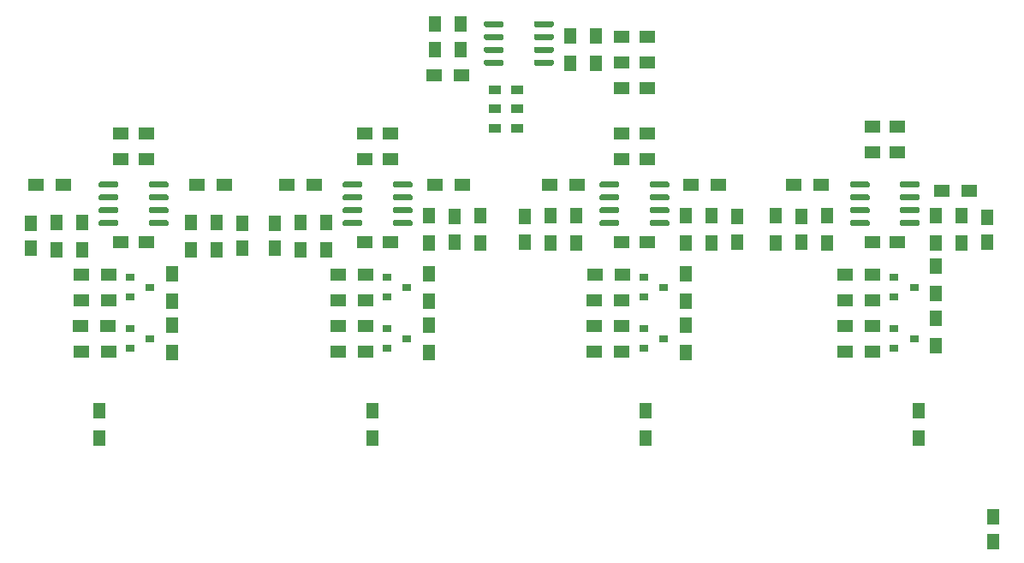
<source format=gtp>
%TF.GenerationSoftware,KiCad,Pcbnew,(5.1.9-0-10_14)*%
%TF.CreationDate,2022-01-19T22:12:48+09:00*%
%TF.ProjectId,BalancedDriverBoard,42616c61-6e63-4656-9444-726976657242,rev?*%
%TF.SameCoordinates,Original*%
%TF.FileFunction,Paste,Top*%
%TF.FilePolarity,Positive*%
%FSLAX45Y45*%
G04 Gerber Fmt 4.5, Leading zero omitted, Abs format (unit mm)*
G04 Created by KiCad (PCBNEW (5.1.9-0-10_14)) date 2022-01-19 22:12:48*
%MOMM*%
%LPD*%
G01*
G04 APERTURE LIST*
%ADD10R,1.500000X1.250000*%
%ADD11R,1.250000X1.500000*%
%ADD12R,1.200000X0.900000*%
%ADD13R,0.900000X0.800000*%
%ADD14R,1.500000X1.300000*%
%ADD15R,1.300000X1.500000*%
G04 APERTURE END LIST*
D10*
X6411500Y-9969500D03*
X6161500Y-9969500D03*
X13841000Y-10160000D03*
X13591000Y-10160000D03*
X8574500Y-9969500D03*
X8824500Y-9969500D03*
X11364500Y-9969500D03*
X11114500Y-9969500D03*
X13843000Y-9906000D03*
X13593000Y-9906000D03*
X11114500Y-10223500D03*
X11364500Y-10223500D03*
X8574500Y-10223500D03*
X8824500Y-10223500D03*
X6161500Y-10223500D03*
X6411500Y-10223500D03*
D11*
X12890500Y-10797000D03*
X12890500Y-11047000D03*
X14732000Y-10799000D03*
X14732000Y-11049000D03*
X10160000Y-10797000D03*
X10160000Y-11047000D03*
X12255500Y-11047000D03*
X12255500Y-10797000D03*
X7683500Y-11110500D03*
X7683500Y-10860500D03*
X9461500Y-11047000D03*
X9461500Y-10797000D03*
X5270500Y-11110500D03*
X5270500Y-10860500D03*
X7366000Y-10860500D03*
X7366000Y-11110500D03*
D10*
X13841000Y-11049000D03*
X13591000Y-11049000D03*
X11364500Y-11049000D03*
X11114500Y-11049000D03*
X8824500Y-11049000D03*
X8574500Y-11049000D03*
X6411500Y-11049000D03*
X6161500Y-11049000D03*
X11364500Y-9271000D03*
X11114500Y-9271000D03*
D11*
X9271000Y-8892000D03*
X9271000Y-9142000D03*
X9525000Y-9142000D03*
X9525000Y-8892000D03*
D10*
X11364500Y-9017000D03*
X11114500Y-9017000D03*
X11364500Y-9525000D03*
X11114500Y-9525000D03*
D12*
X10079500Y-9538500D03*
X9859500Y-9538500D03*
X10079500Y-9729000D03*
X9859500Y-9729000D03*
X9859500Y-9919500D03*
X10079500Y-9919500D03*
D13*
X14006500Y-11493500D03*
X13806500Y-11588500D03*
X13806500Y-11398500D03*
X11530000Y-11493500D03*
X11330000Y-11588500D03*
X11330000Y-11398500D03*
X8990000Y-11493500D03*
X8790000Y-11588500D03*
X8790000Y-11398500D03*
X6250000Y-11398500D03*
X6250000Y-11588500D03*
X6450000Y-11493500D03*
X13806500Y-11906500D03*
X13806500Y-12096500D03*
X14006500Y-12001500D03*
X11530000Y-12001500D03*
X11330000Y-12096500D03*
X11330000Y-11906500D03*
X8790000Y-11906500D03*
X8790000Y-12096500D03*
X8990000Y-12001500D03*
X6250000Y-11906500D03*
X6250000Y-12096500D03*
X6450000Y-12001500D03*
D14*
X14279500Y-10541000D03*
X14549500Y-10541000D03*
X12073000Y-10477500D03*
X11803000Y-10477500D03*
X9271000Y-10477500D03*
X9541000Y-10477500D03*
X6913500Y-10477500D03*
X7183500Y-10477500D03*
X10676000Y-10477500D03*
X10406000Y-10477500D03*
X5596000Y-10477500D03*
X5326000Y-10477500D03*
X12819000Y-10477500D03*
X13089000Y-10477500D03*
X7802500Y-10477500D03*
X8072500Y-10477500D03*
D15*
X12636500Y-11057000D03*
X12636500Y-10787000D03*
X14478000Y-10787000D03*
X14478000Y-11057000D03*
X10414000Y-11057000D03*
X10414000Y-10787000D03*
X12001500Y-11057000D03*
X12001500Y-10787000D03*
X7937500Y-11120500D03*
X7937500Y-10850500D03*
X9715500Y-11057000D03*
X9715500Y-10787000D03*
X5778500Y-11120500D03*
X5778500Y-10850500D03*
X6858000Y-11120500D03*
X6858000Y-10850500D03*
X13144500Y-10787000D03*
X13144500Y-11057000D03*
X14224000Y-11057000D03*
X14224000Y-10787000D03*
X10668000Y-10787000D03*
X10668000Y-11057000D03*
X11747500Y-11057000D03*
X11747500Y-10787000D03*
X8191500Y-10850500D03*
X8191500Y-11120500D03*
X9207500Y-11057000D03*
X9207500Y-10787000D03*
X5524500Y-10850500D03*
X5524500Y-11120500D03*
X7112000Y-11120500D03*
X7112000Y-10850500D03*
D14*
X13327000Y-11366500D03*
X13597000Y-11366500D03*
X10850500Y-11366500D03*
X11120500Y-11366500D03*
X8580500Y-11366500D03*
X8310500Y-11366500D03*
X5770500Y-11366500D03*
X6040500Y-11366500D03*
X13597000Y-11874500D03*
X13327000Y-11874500D03*
X11112500Y-11874500D03*
X10842500Y-11874500D03*
X8310500Y-11874500D03*
X8580500Y-11874500D03*
X5762500Y-11874500D03*
X6032500Y-11874500D03*
D15*
X14224000Y-11287000D03*
X14224000Y-11557000D03*
X11747500Y-11358500D03*
X11747500Y-11628500D03*
X9207500Y-11358500D03*
X9207500Y-11628500D03*
X6667500Y-11628500D03*
X6667500Y-11358500D03*
X14224000Y-12073000D03*
X14224000Y-11803000D03*
X11747500Y-11866500D03*
X11747500Y-12136500D03*
X9207500Y-12136500D03*
X9207500Y-11866500D03*
X6667500Y-12136500D03*
X6667500Y-11866500D03*
D14*
X13327000Y-11620500D03*
X13597000Y-11620500D03*
X10842500Y-11620500D03*
X11112500Y-11620500D03*
X8310500Y-11620500D03*
X8580500Y-11620500D03*
X6040500Y-11620500D03*
X5770500Y-11620500D03*
X13597000Y-12128500D03*
X13327000Y-12128500D03*
X11112500Y-12128500D03*
X10842500Y-12128500D03*
X8580500Y-12128500D03*
X8310500Y-12128500D03*
X6040500Y-12128500D03*
X5770500Y-12128500D03*
X9263000Y-9398000D03*
X9533000Y-9398000D03*
D15*
X10604500Y-9279000D03*
X10604500Y-9009000D03*
X10858500Y-9279000D03*
X10858500Y-9009000D03*
G36*
G01*
X13371000Y-10492500D02*
X13371000Y-10462500D01*
G75*
G02*
X13386000Y-10447500I15000J0D01*
G01*
X13551000Y-10447500D01*
G75*
G02*
X13566000Y-10462500I0J-15000D01*
G01*
X13566000Y-10492500D01*
G75*
G02*
X13551000Y-10507500I-15000J0D01*
G01*
X13386000Y-10507500D01*
G75*
G02*
X13371000Y-10492500I0J15000D01*
G01*
G37*
G36*
G01*
X13371000Y-10619500D02*
X13371000Y-10589500D01*
G75*
G02*
X13386000Y-10574500I15000J0D01*
G01*
X13551000Y-10574500D01*
G75*
G02*
X13566000Y-10589500I0J-15000D01*
G01*
X13566000Y-10619500D01*
G75*
G02*
X13551000Y-10634500I-15000J0D01*
G01*
X13386000Y-10634500D01*
G75*
G02*
X13371000Y-10619500I0J15000D01*
G01*
G37*
G36*
G01*
X13371000Y-10746500D02*
X13371000Y-10716500D01*
G75*
G02*
X13386000Y-10701500I15000J0D01*
G01*
X13551000Y-10701500D01*
G75*
G02*
X13566000Y-10716500I0J-15000D01*
G01*
X13566000Y-10746500D01*
G75*
G02*
X13551000Y-10761500I-15000J0D01*
G01*
X13386000Y-10761500D01*
G75*
G02*
X13371000Y-10746500I0J15000D01*
G01*
G37*
G36*
G01*
X13371000Y-10873500D02*
X13371000Y-10843500D01*
G75*
G02*
X13386000Y-10828500I15000J0D01*
G01*
X13551000Y-10828500D01*
G75*
G02*
X13566000Y-10843500I0J-15000D01*
G01*
X13566000Y-10873500D01*
G75*
G02*
X13551000Y-10888500I-15000J0D01*
G01*
X13386000Y-10888500D01*
G75*
G02*
X13371000Y-10873500I0J15000D01*
G01*
G37*
G36*
G01*
X13866000Y-10873500D02*
X13866000Y-10843500D01*
G75*
G02*
X13881000Y-10828500I15000J0D01*
G01*
X14046000Y-10828500D01*
G75*
G02*
X14061000Y-10843500I0J-15000D01*
G01*
X14061000Y-10873500D01*
G75*
G02*
X14046000Y-10888500I-15000J0D01*
G01*
X13881000Y-10888500D01*
G75*
G02*
X13866000Y-10873500I0J15000D01*
G01*
G37*
G36*
G01*
X13866000Y-10746500D02*
X13866000Y-10716500D01*
G75*
G02*
X13881000Y-10701500I15000J0D01*
G01*
X14046000Y-10701500D01*
G75*
G02*
X14061000Y-10716500I0J-15000D01*
G01*
X14061000Y-10746500D01*
G75*
G02*
X14046000Y-10761500I-15000J0D01*
G01*
X13881000Y-10761500D01*
G75*
G02*
X13866000Y-10746500I0J15000D01*
G01*
G37*
G36*
G01*
X13866000Y-10619500D02*
X13866000Y-10589500D01*
G75*
G02*
X13881000Y-10574500I15000J0D01*
G01*
X14046000Y-10574500D01*
G75*
G02*
X14061000Y-10589500I0J-15000D01*
G01*
X14061000Y-10619500D01*
G75*
G02*
X14046000Y-10634500I-15000J0D01*
G01*
X13881000Y-10634500D01*
G75*
G02*
X13866000Y-10619500I0J15000D01*
G01*
G37*
G36*
G01*
X13866000Y-10492500D02*
X13866000Y-10462500D01*
G75*
G02*
X13881000Y-10447500I15000J0D01*
G01*
X14046000Y-10447500D01*
G75*
G02*
X14061000Y-10462500I0J-15000D01*
G01*
X14061000Y-10492500D01*
G75*
G02*
X14046000Y-10507500I-15000J0D01*
G01*
X13881000Y-10507500D01*
G75*
G02*
X13866000Y-10492500I0J15000D01*
G01*
G37*
G36*
G01*
X10894500Y-10492500D02*
X10894500Y-10462500D01*
G75*
G02*
X10909500Y-10447500I15000J0D01*
G01*
X11074500Y-10447500D01*
G75*
G02*
X11089500Y-10462500I0J-15000D01*
G01*
X11089500Y-10492500D01*
G75*
G02*
X11074500Y-10507500I-15000J0D01*
G01*
X10909500Y-10507500D01*
G75*
G02*
X10894500Y-10492500I0J15000D01*
G01*
G37*
G36*
G01*
X10894500Y-10619500D02*
X10894500Y-10589500D01*
G75*
G02*
X10909500Y-10574500I15000J0D01*
G01*
X11074500Y-10574500D01*
G75*
G02*
X11089500Y-10589500I0J-15000D01*
G01*
X11089500Y-10619500D01*
G75*
G02*
X11074500Y-10634500I-15000J0D01*
G01*
X10909500Y-10634500D01*
G75*
G02*
X10894500Y-10619500I0J15000D01*
G01*
G37*
G36*
G01*
X10894500Y-10746500D02*
X10894500Y-10716500D01*
G75*
G02*
X10909500Y-10701500I15000J0D01*
G01*
X11074500Y-10701500D01*
G75*
G02*
X11089500Y-10716500I0J-15000D01*
G01*
X11089500Y-10746500D01*
G75*
G02*
X11074500Y-10761500I-15000J0D01*
G01*
X10909500Y-10761500D01*
G75*
G02*
X10894500Y-10746500I0J15000D01*
G01*
G37*
G36*
G01*
X10894500Y-10873500D02*
X10894500Y-10843500D01*
G75*
G02*
X10909500Y-10828500I15000J0D01*
G01*
X11074500Y-10828500D01*
G75*
G02*
X11089500Y-10843500I0J-15000D01*
G01*
X11089500Y-10873500D01*
G75*
G02*
X11074500Y-10888500I-15000J0D01*
G01*
X10909500Y-10888500D01*
G75*
G02*
X10894500Y-10873500I0J15000D01*
G01*
G37*
G36*
G01*
X11389500Y-10873500D02*
X11389500Y-10843500D01*
G75*
G02*
X11404500Y-10828500I15000J0D01*
G01*
X11569500Y-10828500D01*
G75*
G02*
X11584500Y-10843500I0J-15000D01*
G01*
X11584500Y-10873500D01*
G75*
G02*
X11569500Y-10888500I-15000J0D01*
G01*
X11404500Y-10888500D01*
G75*
G02*
X11389500Y-10873500I0J15000D01*
G01*
G37*
G36*
G01*
X11389500Y-10746500D02*
X11389500Y-10716500D01*
G75*
G02*
X11404500Y-10701500I15000J0D01*
G01*
X11569500Y-10701500D01*
G75*
G02*
X11584500Y-10716500I0J-15000D01*
G01*
X11584500Y-10746500D01*
G75*
G02*
X11569500Y-10761500I-15000J0D01*
G01*
X11404500Y-10761500D01*
G75*
G02*
X11389500Y-10746500I0J15000D01*
G01*
G37*
G36*
G01*
X11389500Y-10619500D02*
X11389500Y-10589500D01*
G75*
G02*
X11404500Y-10574500I15000J0D01*
G01*
X11569500Y-10574500D01*
G75*
G02*
X11584500Y-10589500I0J-15000D01*
G01*
X11584500Y-10619500D01*
G75*
G02*
X11569500Y-10634500I-15000J0D01*
G01*
X11404500Y-10634500D01*
G75*
G02*
X11389500Y-10619500I0J15000D01*
G01*
G37*
G36*
G01*
X11389500Y-10492500D02*
X11389500Y-10462500D01*
G75*
G02*
X11404500Y-10447500I15000J0D01*
G01*
X11569500Y-10447500D01*
G75*
G02*
X11584500Y-10462500I0J-15000D01*
G01*
X11584500Y-10492500D01*
G75*
G02*
X11569500Y-10507500I-15000J0D01*
G01*
X11404500Y-10507500D01*
G75*
G02*
X11389500Y-10492500I0J15000D01*
G01*
G37*
G36*
G01*
X8354500Y-10492500D02*
X8354500Y-10462500D01*
G75*
G02*
X8369500Y-10447500I15000J0D01*
G01*
X8534500Y-10447500D01*
G75*
G02*
X8549500Y-10462500I0J-15000D01*
G01*
X8549500Y-10492500D01*
G75*
G02*
X8534500Y-10507500I-15000J0D01*
G01*
X8369500Y-10507500D01*
G75*
G02*
X8354500Y-10492500I0J15000D01*
G01*
G37*
G36*
G01*
X8354500Y-10619500D02*
X8354500Y-10589500D01*
G75*
G02*
X8369500Y-10574500I15000J0D01*
G01*
X8534500Y-10574500D01*
G75*
G02*
X8549500Y-10589500I0J-15000D01*
G01*
X8549500Y-10619500D01*
G75*
G02*
X8534500Y-10634500I-15000J0D01*
G01*
X8369500Y-10634500D01*
G75*
G02*
X8354500Y-10619500I0J15000D01*
G01*
G37*
G36*
G01*
X8354500Y-10746500D02*
X8354500Y-10716500D01*
G75*
G02*
X8369500Y-10701500I15000J0D01*
G01*
X8534500Y-10701500D01*
G75*
G02*
X8549500Y-10716500I0J-15000D01*
G01*
X8549500Y-10746500D01*
G75*
G02*
X8534500Y-10761500I-15000J0D01*
G01*
X8369500Y-10761500D01*
G75*
G02*
X8354500Y-10746500I0J15000D01*
G01*
G37*
G36*
G01*
X8354500Y-10873500D02*
X8354500Y-10843500D01*
G75*
G02*
X8369500Y-10828500I15000J0D01*
G01*
X8534500Y-10828500D01*
G75*
G02*
X8549500Y-10843500I0J-15000D01*
G01*
X8549500Y-10873500D01*
G75*
G02*
X8534500Y-10888500I-15000J0D01*
G01*
X8369500Y-10888500D01*
G75*
G02*
X8354500Y-10873500I0J15000D01*
G01*
G37*
G36*
G01*
X8849500Y-10873500D02*
X8849500Y-10843500D01*
G75*
G02*
X8864500Y-10828500I15000J0D01*
G01*
X9029500Y-10828500D01*
G75*
G02*
X9044500Y-10843500I0J-15000D01*
G01*
X9044500Y-10873500D01*
G75*
G02*
X9029500Y-10888500I-15000J0D01*
G01*
X8864500Y-10888500D01*
G75*
G02*
X8849500Y-10873500I0J15000D01*
G01*
G37*
G36*
G01*
X8849500Y-10746500D02*
X8849500Y-10716500D01*
G75*
G02*
X8864500Y-10701500I15000J0D01*
G01*
X9029500Y-10701500D01*
G75*
G02*
X9044500Y-10716500I0J-15000D01*
G01*
X9044500Y-10746500D01*
G75*
G02*
X9029500Y-10761500I-15000J0D01*
G01*
X8864500Y-10761500D01*
G75*
G02*
X8849500Y-10746500I0J15000D01*
G01*
G37*
G36*
G01*
X8849500Y-10619500D02*
X8849500Y-10589500D01*
G75*
G02*
X8864500Y-10574500I15000J0D01*
G01*
X9029500Y-10574500D01*
G75*
G02*
X9044500Y-10589500I0J-15000D01*
G01*
X9044500Y-10619500D01*
G75*
G02*
X9029500Y-10634500I-15000J0D01*
G01*
X8864500Y-10634500D01*
G75*
G02*
X8849500Y-10619500I0J15000D01*
G01*
G37*
G36*
G01*
X8849500Y-10492500D02*
X8849500Y-10462500D01*
G75*
G02*
X8864500Y-10447500I15000J0D01*
G01*
X9029500Y-10447500D01*
G75*
G02*
X9044500Y-10462500I0J-15000D01*
G01*
X9044500Y-10492500D01*
G75*
G02*
X9029500Y-10507500I-15000J0D01*
G01*
X8864500Y-10507500D01*
G75*
G02*
X8849500Y-10492500I0J15000D01*
G01*
G37*
G36*
G01*
X6436500Y-10492500D02*
X6436500Y-10462500D01*
G75*
G02*
X6451500Y-10447500I15000J0D01*
G01*
X6616500Y-10447500D01*
G75*
G02*
X6631500Y-10462500I0J-15000D01*
G01*
X6631500Y-10492500D01*
G75*
G02*
X6616500Y-10507500I-15000J0D01*
G01*
X6451500Y-10507500D01*
G75*
G02*
X6436500Y-10492500I0J15000D01*
G01*
G37*
G36*
G01*
X6436500Y-10619500D02*
X6436500Y-10589500D01*
G75*
G02*
X6451500Y-10574500I15000J0D01*
G01*
X6616500Y-10574500D01*
G75*
G02*
X6631500Y-10589500I0J-15000D01*
G01*
X6631500Y-10619500D01*
G75*
G02*
X6616500Y-10634500I-15000J0D01*
G01*
X6451500Y-10634500D01*
G75*
G02*
X6436500Y-10619500I0J15000D01*
G01*
G37*
G36*
G01*
X6436500Y-10746500D02*
X6436500Y-10716500D01*
G75*
G02*
X6451500Y-10701500I15000J0D01*
G01*
X6616500Y-10701500D01*
G75*
G02*
X6631500Y-10716500I0J-15000D01*
G01*
X6631500Y-10746500D01*
G75*
G02*
X6616500Y-10761500I-15000J0D01*
G01*
X6451500Y-10761500D01*
G75*
G02*
X6436500Y-10746500I0J15000D01*
G01*
G37*
G36*
G01*
X6436500Y-10873500D02*
X6436500Y-10843500D01*
G75*
G02*
X6451500Y-10828500I15000J0D01*
G01*
X6616500Y-10828500D01*
G75*
G02*
X6631500Y-10843500I0J-15000D01*
G01*
X6631500Y-10873500D01*
G75*
G02*
X6616500Y-10888500I-15000J0D01*
G01*
X6451500Y-10888500D01*
G75*
G02*
X6436500Y-10873500I0J15000D01*
G01*
G37*
G36*
G01*
X5941500Y-10873500D02*
X5941500Y-10843500D01*
G75*
G02*
X5956500Y-10828500I15000J0D01*
G01*
X6121500Y-10828500D01*
G75*
G02*
X6136500Y-10843500I0J-15000D01*
G01*
X6136500Y-10873500D01*
G75*
G02*
X6121500Y-10888500I-15000J0D01*
G01*
X5956500Y-10888500D01*
G75*
G02*
X5941500Y-10873500I0J15000D01*
G01*
G37*
G36*
G01*
X5941500Y-10746500D02*
X5941500Y-10716500D01*
G75*
G02*
X5956500Y-10701500I15000J0D01*
G01*
X6121500Y-10701500D01*
G75*
G02*
X6136500Y-10716500I0J-15000D01*
G01*
X6136500Y-10746500D01*
G75*
G02*
X6121500Y-10761500I-15000J0D01*
G01*
X5956500Y-10761500D01*
G75*
G02*
X5941500Y-10746500I0J15000D01*
G01*
G37*
G36*
G01*
X5941500Y-10619500D02*
X5941500Y-10589500D01*
G75*
G02*
X5956500Y-10574500I15000J0D01*
G01*
X6121500Y-10574500D01*
G75*
G02*
X6136500Y-10589500I0J-15000D01*
G01*
X6136500Y-10619500D01*
G75*
G02*
X6121500Y-10634500I-15000J0D01*
G01*
X5956500Y-10634500D01*
G75*
G02*
X5941500Y-10619500I0J15000D01*
G01*
G37*
G36*
G01*
X5941500Y-10492500D02*
X5941500Y-10462500D01*
G75*
G02*
X5956500Y-10447500I15000J0D01*
G01*
X6121500Y-10447500D01*
G75*
G02*
X6136500Y-10462500I0J-15000D01*
G01*
X6136500Y-10492500D01*
G75*
G02*
X6121500Y-10507500I-15000J0D01*
G01*
X5956500Y-10507500D01*
G75*
G02*
X5941500Y-10492500I0J15000D01*
G01*
G37*
G36*
G01*
X9946500Y-9256000D02*
X9946500Y-9286000D01*
G75*
G02*
X9931500Y-9301000I-15000J0D01*
G01*
X9766500Y-9301000D01*
G75*
G02*
X9751500Y-9286000I0J15000D01*
G01*
X9751500Y-9256000D01*
G75*
G02*
X9766500Y-9241000I15000J0D01*
G01*
X9931500Y-9241000D01*
G75*
G02*
X9946500Y-9256000I0J-15000D01*
G01*
G37*
G36*
G01*
X9946500Y-9129000D02*
X9946500Y-9159000D01*
G75*
G02*
X9931500Y-9174000I-15000J0D01*
G01*
X9766500Y-9174000D01*
G75*
G02*
X9751500Y-9159000I0J15000D01*
G01*
X9751500Y-9129000D01*
G75*
G02*
X9766500Y-9114000I15000J0D01*
G01*
X9931500Y-9114000D01*
G75*
G02*
X9946500Y-9129000I0J-15000D01*
G01*
G37*
G36*
G01*
X9946500Y-9002000D02*
X9946500Y-9032000D01*
G75*
G02*
X9931500Y-9047000I-15000J0D01*
G01*
X9766500Y-9047000D01*
G75*
G02*
X9751500Y-9032000I0J15000D01*
G01*
X9751500Y-9002000D01*
G75*
G02*
X9766500Y-8987000I15000J0D01*
G01*
X9931500Y-8987000D01*
G75*
G02*
X9946500Y-9002000I0J-15000D01*
G01*
G37*
G36*
G01*
X9946500Y-8875000D02*
X9946500Y-8905000D01*
G75*
G02*
X9931500Y-8920000I-15000J0D01*
G01*
X9766500Y-8920000D01*
G75*
G02*
X9751500Y-8905000I0J15000D01*
G01*
X9751500Y-8875000D01*
G75*
G02*
X9766500Y-8860000I15000J0D01*
G01*
X9931500Y-8860000D01*
G75*
G02*
X9946500Y-8875000I0J-15000D01*
G01*
G37*
G36*
G01*
X10441500Y-8875000D02*
X10441500Y-8905000D01*
G75*
G02*
X10426500Y-8920000I-15000J0D01*
G01*
X10261500Y-8920000D01*
G75*
G02*
X10246500Y-8905000I0J15000D01*
G01*
X10246500Y-8875000D01*
G75*
G02*
X10261500Y-8860000I15000J0D01*
G01*
X10426500Y-8860000D01*
G75*
G02*
X10441500Y-8875000I0J-15000D01*
G01*
G37*
G36*
G01*
X10441500Y-9002000D02*
X10441500Y-9032000D01*
G75*
G02*
X10426500Y-9047000I-15000J0D01*
G01*
X10261500Y-9047000D01*
G75*
G02*
X10246500Y-9032000I0J15000D01*
G01*
X10246500Y-9002000D01*
G75*
G02*
X10261500Y-8987000I15000J0D01*
G01*
X10426500Y-8987000D01*
G75*
G02*
X10441500Y-9002000I0J-15000D01*
G01*
G37*
G36*
G01*
X10441500Y-9129000D02*
X10441500Y-9159000D01*
G75*
G02*
X10426500Y-9174000I-15000J0D01*
G01*
X10261500Y-9174000D01*
G75*
G02*
X10246500Y-9159000I0J15000D01*
G01*
X10246500Y-9129000D01*
G75*
G02*
X10261500Y-9114000I15000J0D01*
G01*
X10426500Y-9114000D01*
G75*
G02*
X10441500Y-9129000I0J-15000D01*
G01*
G37*
G36*
G01*
X10441500Y-9256000D02*
X10441500Y-9286000D01*
G75*
G02*
X10426500Y-9301000I-15000J0D01*
G01*
X10261500Y-9301000D01*
G75*
G02*
X10246500Y-9286000I0J15000D01*
G01*
X10246500Y-9256000D01*
G75*
G02*
X10261500Y-9241000I15000J0D01*
G01*
X10426500Y-9241000D01*
G75*
G02*
X10441500Y-9256000I0J-15000D01*
G01*
G37*
X14050000Y-12985000D03*
X14050000Y-12715000D03*
X11350000Y-12715000D03*
X11350000Y-12985000D03*
X8650000Y-12715000D03*
X8650000Y-12985000D03*
X5950000Y-12985000D03*
X5950000Y-12715000D03*
D11*
X14790000Y-14015000D03*
X14790000Y-13765000D03*
M02*

</source>
